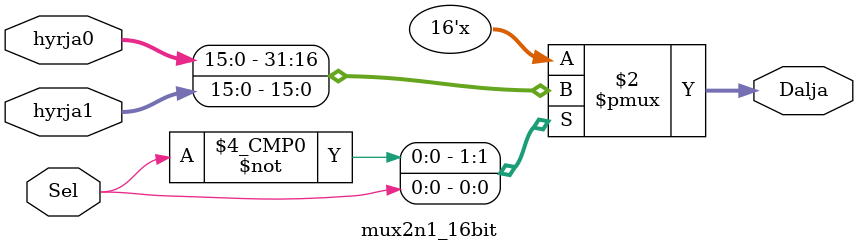
<source format=v>
`timescale 1ns / 1ps


module mux2n1_16bit(
    input [15:0] hyrja0,
    input [15:0] hyrja1,
    input Sel,
    output reg [15:0] Dalja
);

always @* begin
    case(Sel)
        1'b0: Dalja = hyrja0;
        1'b1: Dalja = hyrja1;
    endcase
end

endmodule

</source>
